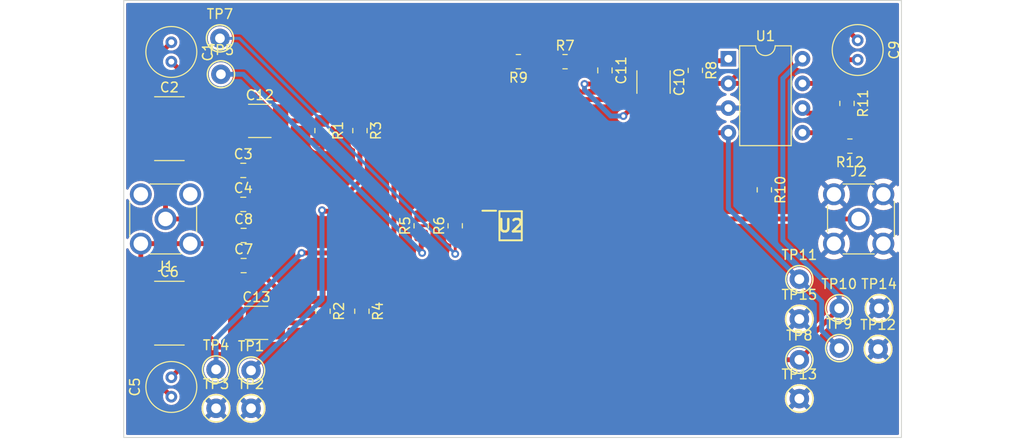
<source format=kicad_pcb>
(kicad_pcb (version 20211014) (generator pcbnew)
  (layers (0 "F.Cu" signal) (31 "B.Cu" signal) (34 "B.Paste" user) (35 "F.Paste" user) (36 "B.SilkS" user "B.Silkscreen") (37 "F.SilkS" user "F.Silkscreen") (38 "B.Mask" user) (39 "F.Mask" user) (44 "Edge.Cuts" user))
  (net 0 "")
  (net 1 "/input")
  (net 2 "Net-(C1-Pad2)")
  (net 3 "Net-(C13-Pad2)")
  (net 4 "Net-(C13-Pad1)")
  (net 5 "Net-(C10-Pad1)")
  (net 6 "Net-(C10-Pad2)")
  (net 7 "Net-(J2-Pad1)")
  (net 8 "GND")
  (net 9 "Net-(R3-Pad2)")
  (net 10 "Net-(R4-Pad1)")
  (net 11 "Net-(R5-Pad1)")
  (net 12 "Net-(R5-Pad2)")
  (net 13 "Net-(R7-Pad1)")
  (net 14 "+9V")
  (net 15 "-9V")
  (net 16 "Net-(R6-Pad1)")
  (net 17 "Net-(R11-Pad2)")
  (net 18 "Net-(R11-Pad1)")
  (net 19 "Net-(R12-Pad2)")
  (footprint "Capacitor_SMD:C_2225_5664Metric_Pad1.80x6.60mm_HandSolder" (layer "F.Cu") (at 104.7 82.2)
    (fp_text reference "C6" (at 0 -4.25) (layer "F.SilkS"))
    (fp_text value "C")
    (fp_line (start -1.522369 3.285) (end 1.522369 3.285) (layer "F.SilkS") (width 0.12))
    (fp_line (start -1.522369 -3.285) (end 1.522369 -3.285) (layer "F.SilkS") (width 0.12))
    (pad "1" smd roundrect (at -2.625 0) (size 1.8 6.6) (layers "F.Cu" "F.Paste" "F.Mask") (roundrect_rratio 0.138889) (net 4 "Net-(C13-Pad1)"))
    (pad "2" smd roundrect (at 2.625 0) (size 1.8 6.6) (layers "F.Cu" "F.Paste" "F.Mask") (roundrect_rratio 0.138889) (net 3 "Net-(C13-Pad2)"))
  )
  (footprint "Resistor_SMD:R_0805_2012Metric_Pad1.20x1.40mm_HandSolder" (layer "F.Cu") (at 134.1 73.2 90)
    (fp_text reference "R6" (at 0 -1.65 90) (layer "F.SilkS"))
    (fp_text value "R")
    (fp_line (start -0.227064 -0.735) (end 0.227064 -0.735) (layer "F.SilkS") (width 0.12))
    (fp_line (start -0.227064 0.735) (end 0.227064 0.735) (layer "F.SilkS") (width 0.12))
    (pad "1" smd roundrect (at -1 0 90) (size 1.2 1.4) (layers "F.Cu" "F.Paste" "F.Mask") (roundrect_rratio 0.208333) (net 16 "Net-(R6-Pad1)"))
    (pad "2" smd roundrect (at 1 0 90) (size 1.2 1.4) (layers "F.Cu" "F.Paste" "F.Mask") (roundrect_rratio 0.208333) (net 12 "Net-(R5-Pad2)"))
  )
  (footprint "TestPoint:TestPoint_Keystone_5000-5004_Miniature" (layer "F.Cu") (at 113.1 92)
    (fp_text reference "TP2" (at 0 -2.5) (layer "F.SilkS"))
    (fp_text value "cutoff_signal-")
    (fp_circle (center 0 0) (end 1.4 0) (layer "F.SilkS") (width 0.15) (fill none))
    (pad "1" thru_hole circle (at 0 0) (size 2 2) (drill 1) (layers *.Cu *.Mask) (net 8 "GND"))
  )
  (footprint "Capacitor_SMD:C_2225_5664Metric_Pad1.80x6.60mm_HandSolder" (layer "F.Cu") (at 104.7 63.2)
    (fp_text reference "C2" (at 0 -4.25) (layer "F.SilkS"))
    (fp_text value "C")
    (fp_line (start -1.522369 -3.285) (end 1.522369 -3.285) (layer "F.SilkS") (width 0.12))
    (fp_line (start -1.522369 3.285) (end 1.522369 3.285) (layer "F.SilkS") (width 0.12))
    (pad "1" smd roundrect (at -2.625 0) (size 1.8 6.6) (layers "F.Cu" "F.Paste" "F.Mask") (roundrect_rratio 0.138889) (net 1 "/input"))
    (pad "2" smd roundrect (at 2.625 0) (size 1.8 6.6) (layers "F.Cu" "F.Paste" "F.Mask") (roundrect_rratio 0.138889) (net 2 "Net-(C1-Pad2)"))
  )
  (footprint "TestPoint:TestPoint_Keystone_5000-5004_Miniature" (layer "F.Cu") (at 113.1 88.1)
    (fp_text reference "TP1" (at 0 -2.5) (layer "F.SilkS"))
    (fp_text value "cutoff_signal+")
    (fp_circle (center 0 0) (end 1.4 0) (layer "F.SilkS") (width 0.15) (fill none))
    (pad "1" thru_hole circle (at 0 0) (size 2 2) (drill 1) (layers *.Cu *.Mask) (net 9 "Net-(R3-Pad2)"))
  )
  (footprint "Package_DIP:DIP-8_W7.62mm" (layer "F.Cu") (at 162.2 56)
    (fp_text reference "U1" (at 3.81 -2.33) (layer "F.SilkS"))
    (fp_text value "NJM2114")
    (fp_line (start 1.16 8.95) (end 6.46 8.95) (layer "F.SilkS") (width 0.12))
    (fp_line (start 2.81 -1.33) (end 1.16 -1.33) (layer "F.SilkS") (width 0.12))
    (fp_line (start 1.16 -1.33) (end 1.16 8.95) (layer "F.SilkS") (width 0.12))
    (fp_line (start 6.46 -1.33) (end 4.81 -1.33) (layer "F.SilkS") (width 0.12))
    (fp_line (start 6.46 8.95) (end 6.46 -1.33) (layer "F.SilkS") (width 0.12))
    (fp_arc (start 4.81 -1.33) (mid 3.81 -0.33) (end 2.81 -1.33) (layer "F.SilkS") (width 0.12))
    (pad "1" thru_hole rect (at 0 0) (size 1.6 1.6) (drill 0.8) (layers *.Cu *.Mask) (net 13 "Net-(R7-Pad1)"))
    (pad "2" thru_hole oval (at 0 2.54) (size 1.6 1.6) (drill 0.8) (layers *.Cu *.Mask) (net 6 "Net-(C10-Pad2)"))
    (pad "3" thru_hole oval (at 0 5.08) (size 1.6 1.6) (drill 0.8) (layers *.Cu *.Mask) (net 8 "GND"))
    (pad "4" thru_hole oval (at 0 7.62) (size 1.6 1.6) (drill 0.8) (layers *.Cu *.Mask) (net 15 "-9V"))
    (pad "5" thru_hole oval (at 7.62 7.62) (size 1.6 1.6) (drill 0.8) (layers *.Cu *.Mask) (net 19 "Net-(R12-Pad2)"))
    (pad "6" thru_hole oval (at 7.62 5.08) (size 1.6 1.6) (drill 0.8) (layers *.Cu *.Mask) (net 17 "Net-(R11-Pad2)"))
    (pad "7" thru_hole oval (at 7.62 2.54) (size 1.6 1.6) (drill 0.8) (layers *.Cu *.Mask) (net 18 "Net-(R11-Pad1)"))
    (pad "8" thru_hole oval (at 7.62 0) (size 1.6 1.6) (drill 0.8) (layers *.Cu *.Mask) (net 14 "+9V"))
  )
  (footprint "TestPoint:TestPoint_Keystone_5000-5004_Miniature" (layer "F.Cu") (at 110 57.6)
    (fp_text reference "TP5" (at 0 -2.5) (layer "F.SilkS"))
    (fp_text value "gain-")
    (fp_circle (center 0 0) (end 1.4 0) (layer "F.SilkS") (width 0.15) (fill none))
    (pad "1" thru_hole circle (at 0 0) (size 2 2) (drill 1) (layers *.Cu *.Mask) (net 11 "Net-(R5-Pad1)"))
  )
  (footprint "Capacitor_SMD:C_0805_2012Metric_Pad1.18x1.45mm_HandSolder" (layer "F.Cu") (at 112.3 67.5)
    (fp_text reference "C3" (at 0 -1.68) (layer "F.SilkS"))
    (fp_text value "C")
    (fp_line (start -0.261252 -0.735) (end 0.261252 -0.735) (layer "F.SilkS") (width 0.12))
    (fp_line (start -0.261252 0.735) (end 0.261252 0.735) (layer "F.SilkS") (width 0.12))
    (pad "1" smd roundrect (at -1.0375 0) (size 1.175 1.45) (layers "F.Cu" "F.Paste" "F.Mask") (roundrect_rratio 0.212766) (net 1 "/input"))
    (pad "2" smd roundrect (at 1.0375 0) (size 1.175 1.45) (layers "F.Cu" "F.Paste" "F.Mask") (roundrect_rratio 0.212766) (net 2 "Net-(C1-Pad2)"))
  )
  (footprint "Resistor_SMD:R_0805_2012Metric_Pad1.20x1.40mm_HandSolder" (layer "F.Cu") (at 120.4 63.4 -90)
    (fp_text reference "R1" (at 0 -1.65 90) (layer "F.SilkS"))
    (fp_text value "R")
    (fp_line (start -0.227064 -0.735) (end 0.227064 -0.735) (layer "F.SilkS") (width 0.12))
    (fp_line (start -0.227064 0.735) (end 0.227064 0.735) (layer "F.SilkS") (width 0.12))
    (pad "1" smd roundrect (at -1 0 270) (size 1.2 1.4) (layers "F.Cu" "F.Paste" "F.Mask") (roundrect_rratio 0.208333) (net 2 "Net-(C1-Pad2)"))
    (pad "2" smd roundrect (at 1 0 270) (size 1.2 1.4) (layers "F.Cu" "F.Paste" "F.Mask") (roundrect_rratio 0.208333) (net 8 "GND"))
  )
  (footprint "Capacitor_SMD:C_1812_4532Metric_Pad1.57x3.40mm_HandSolder" (layer "F.Cu") (at 114 62.4)
    (fp_text reference "C12" (at 0 -2.65) (layer "F.SilkS"))
    (fp_text value "C")
    (fp_line (start -1.161252 1.71) (end 1.161252 1.71) (layer "F.SilkS") (width 0.12))
    (fp_line (start -1.161252 -1.71) (end 1.161252 -1.71) (layer "F.SilkS") (width 0.12))
    (pad "1" smd roundrect (at -2.1375 0) (size 1.575 3.4) (layers "F.Cu" "F.Paste" "F.Mask") (roundrect_rratio 0.15873) (net 1 "/input"))
    (pad "2" smd roundrect (at 2.1375 0) (size 1.575 3.4) (layers "F.Cu" "F.Paste" "F.Mask") (roundrect_rratio 0.15873) (net 2 "Net-(C1-Pad2)"))
  )
  (footprint "Capacitor_SMD:C_1812_4532Metric_Pad1.57x3.40mm_HandSolder" (layer "F.Cu") (at 154.5 58.4 -90)
    (fp_text reference "C10" (at 0 -2.65 90) (layer "F.SilkS"))
    (fp_text value "C")
    (fp_line (start -1.161252 -1.71) (end 1.161252 -1.71) (layer "F.SilkS") (width 0.12))
    (fp_line (start -1.161252 1.71) (end 1.161252 1.71) (layer "F.SilkS") (width 0.12))
    (pad "1" smd roundrect (at -2.1375 0 270) (size 1.575 3.4) (layers "F.Cu" "F.Paste" "F.Mask") (roundrect_rratio 0.15873) (net 5 "Net-(C10-Pad1)"))
    (pad "2" smd roundrect (at 2.1375 0 270) (size 1.575 3.4) (layers "F.Cu" "F.Paste" "F.Mask") (roundrect_rratio 0.15873) (net 6 "Net-(C10-Pad2)"))
  )
  (footprint "TestPoint:TestPoint_Keystone_5000-5004_Miniature" (layer "F.Cu") (at 177.7 81.7)
    (fp_text reference "TP14" (at 0 -2.5) (layer "F.SilkS"))
    (fp_text value "TP")
    (fp_circle (center 0 0) (end 1.4 0) (layer "F.SilkS") (width 0.15) (fill none))
    (pad "1" thru_hole circle (at 0 0) (size 2 2) (drill 1) (layers *.Cu *.Mask) (net 8 "GND"))
  )
  (footprint "Resistor_SMD:R_0805_2012Metric_Pad1.20x1.40mm_HandSolder" (layer "F.Cu") (at 124.5 82 -90)
    (fp_text reference "R4" (at 0 -1.65 90) (layer "F.SilkS"))
    (fp_text value "R")
    (fp_line (start -0.227064 -0.735) (end 0.227064 -0.735) (layer "F.SilkS") (width 0.12))
    (fp_line (start -0.227064 0.735) (end 0.227064 0.735) (layer "F.SilkS") (width 0.12))
    (pad "1" smd roundrect (at -1 0 270) (size 1.2 1.4) (layers "F.Cu" "F.Paste" "F.Mask") (roundrect_rratio 0.208333) (net 10 "Net-(R4-Pad1)"))
    (pad "2" smd roundrect (at 1 0 270) (size 1.2 1.4) (layers "F.Cu" "F.Paste" "F.Mask") (roundrect_rratio 0.208333) (net 3 "Net-(C13-Pad2)"))
  )
  (footprint "Resistor_SMD:R_0805_2012Metric_Pad1.20x1.40mm_HandSolder" (layer "F.Cu") (at 158.8 57.2 -90)
    (fp_text reference "R8" (at 0 -1.65 90) (layer "F.SilkS"))
    (fp_text value "R")
    (fp_line (start -0.227064 0.735) (end 0.227064 0.735) (layer "F.SilkS") (width 0.12))
    (fp_line (start -0.227064 -0.735) (end 0.227064 -0.735) (layer "F.SilkS") (width 0.12))
    (pad "1" smd roundrect (at -1 0 270) (size 1.2 1.4) (layers "F.Cu" "F.Paste" "F.Mask") (roundrect_rratio 0.208333) (net 13 "Net-(R7-Pad1)"))
    (pad "2" smd roundrect (at 1 0 270) (size 1.2 1.4) (layers "F.Cu" "F.Paste" "F.Mask") (roundrect_rratio 0.208333) (net 6 "Net-(C10-Pad2)"))
  )
  (footprint "Resistor_SMD:R_0805_2012Metric_Pad1.20x1.40mm_HandSolder" (layer "F.Cu") (at 140.6 56.3 180)
    (fp_text reference "R9" (at 0 -1.65) (layer "F.SilkS"))
    (fp_text value "R")
    (fp_line (start -0.227064 0.735) (end 0.227064 0.735) (layer "F.SilkS") (width 0.12))
    (fp_line (start -0.227064 -0.735) (end 0.227064 -0.735) (layer "F.SilkS") (width 0.12))
    (pad "1" smd roundrect (at -1 0 180) (size 1.2 1.4) (layers "F.Cu" "F.Paste" "F.Mask") (roundrect_rratio 0.208333) (net 13 "Net-(R7-Pad1)"))
    (pad "2" smd roundrect (at 1 0 180) (size 1.2 1.4) (layers "F.Cu" "F.Paste" "F.Mask") (roundrect_rratio 0.208333) (net 2 "Net-(C1-Pad2)"))
  )
  (footprint "TestPoint:TestPoint_Keystone_5000-5004_Miniature" (layer "F.Cu") (at 109.5 92)
    (fp_text reference "TP3" (at 0 -2.5) (layer "F.SilkS"))
    (fp_text value "cutoff_reference-")
    (fp_circle (center 0 0) (end 1.4 0) (layer "F.SilkS") (width 0.15) (fill none))
    (pad "1" thru_hole circle (at 0 0) (size 2 2) (drill 1) (layers *.Cu *.Mask) (net 8 "GND"))
  )
  (footprint "Capacitor_THT:C_Radial_D5.0mm_H5.0mm_P2.00mm" (layer "F.Cu") (at 104.9 54.3 -90)
    (fp_text reference "C1" (at 1 -3.75 90) (layer "F.SilkS"))
    (fp_text value "C")
    (fp_circle (center 1 0) (end 3.62 0) (layer "F.SilkS") (width 0.12) (fill none))
    (pad "1" thru_hole circle (at 0 0 270) (size 1.2 1.2) (drill 0.6) (layers *.Cu *.Mask) (net 1 "/input"))
    (pad "2" thru_hole circle (at 2 0 270) (size 1.2 1.2) (drill 0.6) (layers *.Cu *.Mask) (net 2 "Net-(C1-Pad2)"))
  )
  (footprint "TestPoint:TestPoint_Keystone_5000-5004_Miniature" (layer "F.Cu") (at 173.6 85.8)
    (fp_text reference "TP9" (at 0 -2.5) (layer "F.SilkS"))
    (fp_text value "TP")
    (fp_circle (center 0 0) (end 1.4 0) (layer "F.SilkS") (width 0.15) (fill none))
    (pad "1" thru_hole circle (at 0 0) (size 2 2) (drill 1) (layers *.Cu *.Mask) (net 15 "-9V"))
  )
  (footprint "Capacitor_THT:C_Radial_D5.0mm_H5.0mm_P2.00mm" (layer "F.Cu") (at 175.5 54.1 -90)
    (fp_text reference "C9" (at 1 -3.75 90) (layer "F.SilkS"))
    (fp_text value "C")
    (fp_circle (center 1 0) (end 3.62 0) (layer "F.SilkS") (width 0.12) (fill none))
    (pad "1" thru_hole circle (at 0 0 270) (size 1.2 1.2) (drill 0.6) (layers *.Cu *.Mask) (net 5 "Net-(C10-Pad1)"))
    (pad "2" thru_hole circle (at 2 0 270) (size 1.2 1.2) (drill 0.6) (layers *.Cu *.Mask) (net 6 "Net-(C10-Pad2)"))
  )
  (footprint "Capacitor_THT:C_Radial_D5.0mm_H5.0mm_P2.00mm" (layer "F.Cu") (at 104.9 90.8 90)
    (fp_text reference "C5" (at 1 -3.75 90) (layer "F.SilkS"))
    (fp_text value "C")
    (fp_circle (center 1 0) (end 3.62 0) (layer "F.SilkS") (width 0.12) (fill none))
    (pad "1" thru_hole circle (at 0 0 90) (size 1.2 1.2) (drill 0.6) (layers *.Cu *.Mask) (net 4 "Net-(C13-Pad1)"))
    (pad "2" thru_hole circle (at 2 0 90) (size 1.2 1.2) (drill 0.6) (layers *.Cu *.Mask) (net 3 "Net-(C13-Pad2)"))
  )
  (footprint "Connector_Coaxial:SMA_Molex_73251-2200_Horizontal" (layer "F.Cu") (at 104.3 72.5 90)
    (fp_text reference "J1" (at -4.9 0) (layer "F.SilkS"))
    (fp_text value "Conn_Coaxial")
    (fp_line (start -1.3 3.2) (end 1.3 3.2) (layer "F.SilkS") (width 0.12))
    (fp_line (start 3.6 -1.6) (end 3.6 1.6) (layer "F.SilkS") (width 0.12))
    (fp_line (start -3.6 -1.6) (end -3.6 1.6) (layer "F.SilkS") (width 0.12))
    (fp_line (start -1.8 -3.68) (end 1.8 -3.68) (layer "F.SilkS") (width 0.12))
    (pad "1" thru_hole circle (at 0 0 90) (size 2.25 2.25) (drill 1.5) (layers *.Cu *.Mask) (net 1 "/input"))
    (pad "2" thru_hole circle (at 2.54 -2.54 90) (size 2.25 2.25) (drill 1.5) (layers *.Cu *.Mask) (net 4 "Net-(C13-Pad1)"))
    (pad "2" thru_hole circle (at -2.54 -2.54 90) (size 2.25 2.25) (drill 1.5) (layers *.Cu *.Mask) (net 4 "Net-(C13-Pad1)"))
    (pad "2" thru_hole circle (at -2.54 2.54 90) (size 2.25 2.25) (drill 1.5) (layers *.Cu *.Mask) (net 4 "Net-(C13-Pad1)"))
    (pad "2" thru_hole circle (at 2.54 2.54 180) (size 2.25 2.25) (drill 1.5) (layers *.Cu *.Mask) (net 4 "Net-(C13-Pad1)"))
  )
  (footprint "Resistor_SMD:R_0805_2012Metric_Pad1.20x1.40mm_HandSolder" (layer "F.Cu") (at 174.4 60.6 -90)
    (fp_text reference "R11" (at 0 -1.65 90) (layer "F.SilkS"))
    (fp_text value "R")
    (fp_line (start -0.227064 -0.735) (end 0.227064 -0.735) (layer "F.SilkS") (width 0.12))
    (fp_line (start -0.227064 0.735) (end 0.227064 0.735) (layer "F.SilkS") (width 0.12))
    (pad "1" smd roundrect (at -1 0 270) (size 1.2 1.4) (layers "F.Cu" "F.Paste" "F.Mask") (roundrect_rratio 0.208333) (net 18 "Net-(R11-Pad1)"))
    (pad "2" smd roundrect (at 1 0 270) (size 1.2 1.4) (layers "F.Cu" "F.Paste" "F.Mask") (roundrect_rratio 0.208333) (net 17 "Net-(R11-Pad2)"))
  )
  (footprint "Capacitor_SMD:C_1812_4532Metric_Pad1.57x3.40mm_HandSolder" (layer "F.Cu") (at 113.6625 83.2)
    (fp_text reference "C13" (at 0 -2.65) (layer "F.SilkS"))
    (fp_text value "C")
    (fp_line (start -1.161252 -1.71) (end 1.161252 -1.71) (layer "F.SilkS") (width 0.12))
    (fp_line (start -1.161252 1.71) (end 1.161252 1.71) (layer "F.SilkS") (width 0.12))
    (pad "1" smd roundrect (at -2.1375 0) (size 1.575 3.4) (layers "F.Cu" "F.Paste" "F.Mask") (roundrect_rratio 0.15873) (net 4 "Net-(C13-Pad1)"))
    (pad "2" smd roundrect (at 2.1375 0) (size 1.575 3.4) (layers "F.Cu" "F.Paste" "F.Mask") (roundrect_rratio 0.15873) (net 3 "Net-(C13-Pad2)"))
  )
  (footprint "TestPoint:TestPoint_Keystone_5000-5004_Miniature" (layer "F.Cu") (at 169.5 87)
    (fp_text reference "TP8" (at 0 -2.5) (layer "F.SilkS"))
    (fp_text value "TP")
    (fp_circle (center 0 0) (end 1.4 0) (layer "F.SilkS") (width 0.15) (fill none))
    (pad "1" thru_hole circle (at 0 0) (size 2 2) (drill 1) (layers *.Cu *.Mask) (net 14 "+9V"))
  )
  (footprint "Connector_Coaxial:SMA_Molex_73251-2200_Horizontal" (layer "F.Cu") (at 175.6 72.5 -90)
    (fp_text reference "J2" (at -4.9 0) (layer "F.SilkS"))
    (fp_text value "Conn_Coaxial")
    (fp_line (start 3.6 -1.6) (end 3.6 1.6) (layer "F.SilkS") (width 0.12))
    (fp_line (start -1.8 -3.68) (end 1.8 -3.68) (layer "F.SilkS") (width 0.12))
    (fp_line (start -3.6 -1.6) (end -3.6 1.6) (layer "F.SilkS") (width 0.12))
    (fp_line (start -1.3 3.2) (end 1.3 3.2) (layer "F.SilkS") (width 0.12))
    (pad "1" thru_hole circle (at 0 0 270) (size 2.25 2.25) (drill 1.5) (layers *.Cu *.Mask) (net 7 "Net-(J2-Pad1)"))
    (pad "2" thru_hole circle (at 2.54 2.54) (size 2.25 2.25) (drill 1.5) (layers *.Cu *.Mask) (net 8 "GND"))
    (pad "2" thru_hole circle (at -2.54 -2.54 270) (size 2.25 2.25) (drill 1.5) (layers *.Cu *.Mask) (net 8 "GND"))
    (pad "2" thru_hole circle (at -2.54 2.54 270) (size 2.25 2.25) (drill 1.5) (layers *.Cu *.Mask) (net 8 "GND"))
    (pad "2" thru_hole circle (at 2.54 -2.54 270) (size 2.25 2.25) (drill 1.5) (layers *.Cu *.Mask) (net 8 "GND"))
  )
  (footprint "INA849:SOP65P490X110-8N" (layer "F.Cu") (at 139.8 73.2)
    (fp_text reference "U2" (at 0 0) (layer "F.SilkS") (effects (font (size 1.27 1.27) (thickness 0.254))))
    (fp_text value "INA849DGKR" hide)
    (fp_line (start 1.15 1.5) (end -1.15 1.5) (layer "F.SilkS") (width 0.2))
    (fp_line (start 1.15 -1.5) (end 1.15 1.5) (layer "F.SilkS") (width 0.2))
    (fp_line (start -2.9 -1.55) (end -1.5 -1.55) (layer "F.SilkS") (width 0.2))
    (fp_line (start -1.15 1.5) (end -1.15 -1.5) (layer "F.SilkS") (width 0.2))
    (fp_line (start -1.15 -1.5) (end 1.15 -1.5) (layer "F.SilkS") (width 0.2))
    (pad "1" smd rect locked (at -2.2 -0.975 90) (size 0.45 1.4) (layers "F.Cu" "F.Paste" "F.Mask") (net 3 "Net-(C13-Pad2)"))
    (pad "2" smd rect locked (at -2.2 -0.325 90) (size 0.45 1.4) (layers "F.Cu" "F.Paste" "F.Mask") (net 12 "Net-(R5-Pad2)"))
    (pad "3" smd rect locked (at -2.2 0.325 90) (size 0.45 1.4) (layers "F.Cu" "F.Paste" "F.Mask") (net 16 "Net-(R6-Pad1)"))
    (pad "4" smd rect locked (at -2.2 0.975 90) (size 0.45 1.4) (layers "F.Cu" "F.Paste" "F.Mask") (net 2 "Net-(C1-Pad2)"))
    (pad "5" smd rect locked (at 2.2 0.975 90) (size 0.45 1.4) (layers "F.Cu" "F.Paste" "F.Mask") (net 14 "+9V"))
    (pad "6" smd rect locked (at 2.2 0.325 90) (size 0.45 1.4) (layers "F.Cu" "F.Paste" "F.Mask") (net 8 "GND"))
    (pad "7" smd rect locked (at 2.2 -0.325 90) (size 0.45 1.4) (layers "F.Cu" "F.Paste" "F.Mask") (net 7 "Net-(J2-Pad1)"))
    (pad "8" smd rect locked (at 2.2 -0.975 90) (size 0.45 1.4) (layers "F.Cu" "F.Paste" "F.Mask") (net 15 "-9V"))
  )
  (footprint "TestPoint:TestPoint_Keystone_5000-5004_Miniature" (layer "F.Cu") (at 177.6 85.9)
    (fp_text reference "TP12" (at 0 -2.5) (layer "F.SilkS"))
    (fp_text value "TP")
    (fp_circle (center 0 0) (end 1.4 0) (layer "F.SilkS") (width 0.15) (fill none))
    (pad "1" thru_hole circle (at 0 0) (size 2 2) (drill 1) (layers *.Cu *.Mask) (net 8 "GND"))
  )
  (footprint "TestPoint:TestPoint_Keystone_5000-5004_Miniature" (layer "F.Cu") (at 173.6 81.7)
    (fp_text reference "TP10" (at 0 -2.5) (layer "F.SilkS"))
    (fp_text value "TP")
    (fp_circle (center 0 0) (end 1.4 0) (layer "F.SilkS") (width 0.15) (fill none))
    (pad "1" thru_hole circle (at 0 0) (size 2 2) (drill 1) (layers *.Cu *.Mask) (net 14 "+9V"))
  )
  (footprint "Capacitor_SMD:C_0805_2012Metric_Pad1.18x1.45mm_HandSolder" (layer "F.Cu") (at 149.5 57.2 -90)
    (fp_text reference "C11" (at 0 -1.68 90) (layer "F.SilkS"))
    (fp_text value "C")
    (fp_line (start -0.261252 -0.735) (end 0.261252 -0.735) (layer "F.SilkS") (width 0.12))
    (fp_line (start -0.261252 0.735) (end 0.261252 0.735) (layer "F.SilkS") (width 0.12))
    (pad "1" smd roundrect (at -1.0375 0 270) (size 1.175 1.45) (layers "F.Cu" "F.Paste" "F.Mask") (roundrect_rratio 0.212766) (net 5 "Net-(C10-Pad1)"))
    (pad "2" smd roundrect (at 1.0375 0 270) (size 1.175 1.45) (layers "F.Cu" "F.Paste" "F.Mask") (roundrect_rratio 0.212766) (net 6 "Net-(C10-Pad2)"))
  )
  (footprint "Resistor_SMD:R_0805_2012Metric_Pad1.20x1.40mm_HandSolder" (layer "F.Cu") (at 130.6 73.2 90)
    (fp_text reference "R5" (at 0 -1.65 90) (layer "F.SilkS"))
    (fp_text value "R")
    (fp_line (start -0.227064 0.735) (end 0.227064 0.735) (layer "F.SilkS") (width 0.12))
    (fp_line (start -0.227064 -0.735) (end 0.227064 -0.735) (layer "F.SilkS") (width 0.12))
    (pad "1" smd roundrect (at -1 0 90) (size 1.2 1.4) (layers "F.Cu" "F.Paste" "F.Mask") (roundrect_rratio 0.208333) (net 11 "Net-(R5-Pad1)"))
    (pad "2" smd roundrect (at 1 0 90) (size 1.2 1.4) (layers "F.Cu" "F.Paste" "F.Mask") (roundrect_rratio 0.208333) (net 12 "Net-(R5-Pad2)"))
  )
  (footprint "TestPoint:TestPoint_Keystone_5000-5004_Miniature" (layer "F.Cu") (at 169.5 78.7)
    (fp_text reference "TP11" (at 0 -2.5) (layer "F.SilkS"))
    (fp_text value "TP")
    (fp_circle (center 0 0) (end 1.4 0) (layer "F.SilkS") (width 0.15) (fill none))
    (pad "1" thru_hole circle (at 0 0) (size 2 2) (drill 1) (layers *.Cu *.Mask) (net 15 "-9V"))
  )
  (footprint "TestPoint:TestPoint_Keystone_5000-5004_Miniature" (layer "F.Cu") (at 169.5 82.8)
    (fp_text reference "TP15" (at 0 -2.5) (layer "F.SilkS"))
    (fp_text value "TP")
    (fp_circle (center 0 0) (end 1.4 0) (layer "F.SilkS") (width 0.15) (fill none))
    (pad "1" thru_hole circle (at 0 0) (size 2 2) (drill 1) (layers *.Cu *.Mask) (net 8 "GND"))
  )
  (footprint "TestPoint:TestPoint_Keystone_5000-5004_Miniature" (layer "F.Cu") (at 109.5 88)
    (fp_text reference "TP4" (at 0 -2.5) (layer "F.SilkS"))
    (fp_text value "cutoff_reference+")
    (fp_circle (center 0 0) (end 1.4 0) (layer "F.SilkS") (width 0.15) (fill none))
    (pad "1" thru_hole circle (at 0 0) (size 2 2) (drill 1) (layers *.Cu *.Mask) (net 10 "Net-(R4-Pad1)"))
  )
  (footprint "Resistor_SMD:R_0805_2012Metric_Pad1.20x1.40mm_HandSolder" (layer "F.Cu") (at 145.4 56.3)
    (fp_text reference "R7" (at 0 -1.65) (layer "F.SilkS"))
    (fp_text value "R")
    (fp_line (start -0.227064 0.735) (end 0.227064 0.735) (layer "F.SilkS") (width 0.12))
    (fp_line (start -0.227064 -0.735) (end 0.227064 -0.735) (layer "F.SilkS") (width 0.12))
    (pad "1" smd roundrect (at -1 0) (size 1.2 1.4) (layers "F.Cu" "F.Paste" "F.Mask") (roundrect_rratio 0.208333) (net 13 "Net-(R7-Pad1)"))
    (pad "2" smd roundrect (at 1 0) (size 1.2 1.4) (layers "F.Cu" "F.Paste" "F.Mask") (roundrect_rratio 0.208333) (net 5 "Net-(C10-Pad1)"))
  )
  (footprint "Resistor_SMD:R_0805_2012Metric_Pad1.20x1.40mm_HandSolder" (layer "F.Cu") (at 124.3 63.4 -90)
    (fp_text reference "R3" (at 0 -1.65 90) (layer "F.SilkS"))
    (fp_text value "R")
    (fp_line (start -0.227064 0.735) (end 0.227064 0.735) (layer "F.SilkS") (width 0.12))
    (fp_line (start -0.227064 -0.735) (end 0.227064 -0.735) (layer "F.SilkS") (width 0.12))
    (pad "1" smd roundrect (at -1 0 270) (size 1.2 1.4) (layers "F.Cu" "F.Paste" "F.Mask") (roundrect_rratio 0.208333) (net 2 "Net-(C1-Pad2)"))
    (pad "2" smd roundrect (at 1 0 270) (size 1.2 1.4) (layers "F.Cu" "F.Paste" "F.Mask") (roundrect_rratio 0.208333) (net 9 "Net-(R3-Pad2)"))
  )
  (footprint "Resistor_SMD:R_0805_2012Metric_Pad1.20x1.40mm_HandSolder" (layer "F.Cu") (at 120.5 82 -90)
    (fp_text reference "R2" (at 0 -1.65 90) (layer "F.SilkS"))
    (fp_text value "R")
    (fp_line (start -0.227064 0.735) (end 0.227064 0.735) (layer "F.SilkS") (width 0.12))
    (fp_line (start -0.227064 -0.735) (end 0.227064 -0.735) (layer "F.SilkS") (width 0.12))
    (pad "1" smd roundrect (at -1 0 270) (size 1.2 1.4) (layers "F.Cu" "F.Paste" "F.Mask") (roundrect_rratio 0.208333) (net 8 "GND"))
    (pad "2" smd roundrect (at 1 0 270) (size 1.2 1.4) (layers "F.Cu" "F.Paste" "F.Mask") (roundrect_rratio 0.208333) (net 3 "Net-(C13-Pad2)"))
  )
  (footprint "Capacitor_SMD:C_0805_2012Metric_Pad1.18x1.45mm_HandSolder" (layer "F.Cu") (at 112.3 71)
    (fp_text reference "C4" (at 0 -1.68) (layer "F.SilkS"))
    (fp_text value "C")
    (fp_line (start -0.261252 0.735) (end 0.261252 0.735) (layer "F.SilkS") (width 0.12))
    (fp_line (start -0.261252 -0.735) (end 0.261252 -0.735) (layer "F.SilkS") (width 0.12))
    (pad "1" smd roundrect (at -1.0375 0) (size 1.175 1.45) (layers "F.Cu" "F.Paste" "F.Mask") (roundrect_rratio 0.212766) (net 1 "/input"))
    (pad "2" smd roundrect (at 1.0375 0) (size 1.175 1.45) (layers "F.Cu" "F.Paste" "F.Mask") (roundrect_rratio 0.212766) (net 2 "Net-(C1-Pad2)"))
  )
  (footprint "Resistor_SMD:R_0805_2012Metric_Pad1.20x1.40mm_HandSolder" (layer "F.Cu") (at 174.7 65 180)
    (fp_text reference "R12" (at 0 -1.65) (layer "F.SilkS"))
    (fp_text value "R")
    (fp_line (start -0.227064 -0.735) (end 0.227064 -0.735) (layer "F.SilkS") (width 0.12))
    (fp_line (start -0.227064 0.735) (end 0.227064 0.735) (layer "F.SilkS") (width 0.12))
    (pad "1" smd roundrect (at -1 0 180) (size 1.2 1.4) (layers "F.Cu" "F.Paste" "F.Mask") (roundrect_rratio 0.208333) (net 8 "GND"))
    (pad "2" smd roundrect (at 1 0 180) (size 1.2 1.4) (layers "F.Cu" "F.Paste" "F.Mask") (roundrect_rratio 0.208333) (net 19 "Net-(R12-Pad2)"))
  )
  (footprint "Resistor_SMD:R_0805_2012Metric_Pad1.20x1.40mm_HandSolder" (layer "F.Cu") (at 165.9 69.5 -90)
    (fp_text reference "R10" (at 0 -1.65 90) (layer "F.SilkS"))
    (fp_text value "R")
    (fp_line (start -0.227064 -0.735) (end 0.227064 -0.735) (layer "F.SilkS") (width 0.12))
    (fp_line (start -0.227064 0.735) (end 0.227064 0.735) (layer "F.SilkS") (width 0.12))
    (pad "1" smd roundrect (at -1 0 270) (size 1.2 1.4) (layers "F.Cu" "F.Paste" "F.Mask") (roundrect_rratio 0.208333) (net 6 "Net-(C10-Pad2)"))
    (pad "2" smd roundrect (at 1 0 270) (size 1.2 1.4) (layers "F.Cu" "F.Paste" "F.Mask") (roundrect_rratio 0.208333) (net 7 "Net-(J2-Pad1)"))
  )
  (footprint "Capacitor_SMD:C_0805_2012Metric_Pad1.18x1.45mm_HandSolder" (layer "F.Cu") (at 112.3375 74.2)
    (fp_text reference "C8" (at 0 -1.68) (layer "F.SilkS"))
    (fp_text value "C")
    (fp_line (start -0.261252 -0.735) (end 0.261252 -0.735) (layer "F.SilkS") (width 0.12))
    (fp_line (start -0.261252 0.735) (end 0.261252 0.735) (layer "F.SilkS") (width 0.12))
    (pad "1" smd roundrect (at -1.0375 0) (size 1.175 1.45) (layers "F.Cu" "F.Paste" "F.Mask") (roundrect_rratio 0.212766) (net 4 "Net-(C13-Pad1)"))
    (pad "2" smd roundrect (at 1.0375 0) (size 1.175 1.45) (layers "F.Cu" "F.Paste" "F.Mask") (roundrect_rratio 0.212766) (net 3 "Net-(C13-Pad2)"))
  )
  (footprint "TestPoint:TestPoint_Keystone_5000-5004_Miniature" (layer "F.Cu") (at 169.5 91)
    (fp_text reference "TP13" (at 0 -2.5) (layer "F.SilkS"))
    (fp_text value "TP")
    (fp_circle (center 0 0) (end 1.4 0) (layer "F.SilkS") (width 0.15) (fill none))
    (pad "1" thru_hole circle (at 0 0) (size 2 2) (drill 1) (layers *.Cu *.Mask) (net 8 "GND"))
  )
  (footprint "Capacitor_SMD:C_0805_2012Metric_Pad1.18x1.45mm_HandSolder" (layer "F.Cu") (at 112.3375 77.3)
    (fp_text reference "C7" (at 0 -1.68) (layer "F.SilkS"))
    (fp_text value "C")
    (fp_line (start -0.261252 -0.735) (end 0.261252 -0.735) (layer "F.SilkS") (width 0.12))
    (fp_line (start -0.261252 0.735) (end 0.261252 0.735) (layer "F.SilkS") (width 0.12))
    (pad "1" smd roundrect (at -1.0375 0) (size 1.175 1.45) (layers "F.Cu" "F.Paste" "F.Mask") (roundrect_rratio 0.212766) (net 4 "Net-(C13-Pad1)"))
    (pad "2" smd roundrect (at 1.0375 0) (size 1.175 1.45) (layers "F.Cu" "F.Paste" "F.Mask") (roundrect_rratio 0.212766) (net 3 "Net-(C13-Pad2)"))
  )
  (footprint "TestPoint:TestPoint_Keystone_5000-5004_Miniature" (layer "F.Cu") (at 109.9 53.9)
    (fp_text reference "TP7" (at 0 -2.5) (layer "F.SilkS"))
    (fp_text value "gain+")
    (fp_circle (center 0 0) (end 1.4 0) (layer "F.SilkS") (width 0.15) (fill none))
    (pad "1" thru_hole circle (at 0 0) (size 2 2) (drill 1) (layers *.Cu *.Mask) (net 16 "Net-(R6-Pad1)"))
  )
  (gr_rect (start 100 50) (end 180 95) (layer "Edge.Cuts") (width 0.1) (fill none))
  (segment (start 104.3 72.5) (end 104.3 65.425) (width 0.5) (layer "F.Cu") (net 1))
  (segment (start 111.2625 67.5) (end 111.2625 63) (width 0.5) (layer "F.Cu") (net 1))
  (segment (start 104.3 72.5) (end 109.7625 72.5) (width 0.5) (layer "F.Cu") (net 1))
  (segment (start 104.3 65.425) (end 102.075 63.2) (width 0.5) (layer "F.Cu") (net 1))
  (segment (start 102.075 63.2) (end 102.075 57.125) (width 0.5) (layer "F.Cu") (net 1))
  (segment (start 102.075 57.125) (end 104.9 54.3) (width 0.5) (layer "F.Cu") (net 1))
  (segment (start 109.7625 72.5) (end 111.2625 71) (width 0.5) (layer "F.Cu") (net 1))
  (segment (start 111.2625 71) (end 111.2625 67.5) (width 0.5) (layer "F.Cu") (net 1))
  (segment (start 111.2625 63) (end 111.8625 62.4) (width 0.5) (layer "F.Cu") (net 1))
  (segment (start 131.9 56.3) (end 125.8 62.4) (width 0.5) (layer "F.Cu") (net 2))
  (segment (start 107.325 63.2) (end 107.325 63.175) (width 0.5) (layer "F.Cu") (net 2))
  (segment (start 127.8 78.7) (end 129.8 80.7) (width 0.5) (layer "F.Cu") (net 2))
  (segment (start 137.6 74.175) (end 137.6 74.7) (width 0.3) (layer "F.Cu") (net 2))
  (segment (start 124.3 62.4) (end 120.4 62.4) (width 0.5) (layer "F.Cu") (net 2))
  (segment (start 110.8 59.7) (end 113.4375 59.7) (width 0.5) (layer "F.Cu") (net 2))
  (segment (start 129.8 80.7) (end 135.8 80.7) (width 0.5) (layer "F.Cu") (net 2))
  (segment (start 125.8 62.4) (end 127.8 64.4) (width 0.5) (layer "F.Cu") (net 2))
  (segment (start 116.1375 64.7) (end 113.3375 67.5) (width 0.5) (layer "F.Cu") (net 2))
  (segment (start 113.4375 59.7) (end 116.1375 62.4) (width 0.5) (layer "F.Cu") (net 2))
  (segment (start 137.6 74.7) (end 137.9 75) (width 0.3) (layer "F.Cu") (net 2))
  (segment (start 107.325 58.725) (end 104.9 56.3) (width 0.5) (layer "F.Cu") (net 2))
  (segment (start 137.9 78.6) (end 137.9 75) (width 0.5) (layer "F.Cu") (net 2))
  (segment (start 139.6 56.3) (end 131.9 56.3) (width 0.5) (layer "F.Cu") (net 2))
  (segment (start 127.8 64.4) (end 127.8 78.7) (width 0.5) (layer "F.Cu") (net 2))
  (segment (start 107.325 63.175) (end 110.8 59.7) (width 0.5) (layer "F.Cu") (net 2))
  (segment (start 124.3 62.4) (end 125.8 62.4) (width 0.5) (layer "F.Cu") (net 2))
  (segment (start 107.325 58.925) (end 107.325 58.725) (width 0.5) (layer "F.Cu") (net 2))
  (segment (start 116.1375 62.4) (end 116.1375 61.5375) (width 0.5) (layer "F.Cu") (net 2))
  (segment (start 135.8 80.7) (end 137.9 78.6) (width 0.5) (layer "F.Cu") (net 2))
  (segment (start 107.325 63.2) (end 107.325 58.925) (width 0.5) (layer "F.Cu") (net 2))
  (segment (start 113.3375 71) (end 113.3375 67.5) (width 0.5) (layer "F.Cu") (net 2))
  (segment (start 116.1375 62.4) (end 116.1375 64.7) (width 0.5) (layer "F.Cu") (net 2))
  (segment (start 116.1375 62.4) (end 120.4 62.4) (width 0.5) (layer "F.Cu") (net 2))
  (segment (start 115.8 84.3) (end 115.8 83.2) (width 0.5) (layer "F.Cu") (net 3))
  (segment (start 115.8 79.725) (end 113.375 77.3) (width 0.5) (layer "F.Cu") (net 3))
  (segment (start 138.749511 72.200489) (end 137.6 72.200489) (width 0.5) (layer "F.Cu") (net 3))
  (segment (start 107.325 82.2) (end 107.325 83.125) (width 0.5) (layer "F.Cu") (net 3))
  (segment (start 115.8 83.2) (end 115.8 79.725) (width 0.5) (layer "F.Cu") (net 3))
  (segment (start 104.9 88.8) (end 107.325 86.375) (width 0.5) (layer "F.Cu") (net 3))
  (segment (start 124.5 83) (end 136.2 83) (width 0.5) (layer "F.Cu") (net 3))
  (segment (start 115.8 83.2) (end 120.3 83.2) (width 0.5) (layer "F.Cu") (net 3))
  (segment (start 120.5 83) (end 124.5 83) (width 0.5) (layer "F.Cu") (net 3))
  (segment (start 136.2 83) (end 139.4 79.8) (width 0.5) (layer "F.Cu") (net 3))
  (segment (start 139.4 72.850978) (end 138.749511 72.200489) (width 0.5) (layer "F.Cu") (net 3))
  (segment (start 139.4 79.8) (end 139.4 72.850978) (width 0.5) (layer "F.Cu") (net 3))
  (segment (start 120.3 83.2) (end 120.5 83) (width 0.5) (layer "F.Cu") (net 3))
  (segment (start 107.325 86.375) (end 107.325 82.2) (width 0.5) (layer "F.Cu") (net 3))
  (segment (start 113.3 85.7) (end 115.8 83.2) (width 0.5) (layer "F.Cu") (net 3))
  (segment (start 107.325 82.2) (end 107.325 86.225) (width 0.5) (layer "F.Cu") (net 3))
  (segment (start 113.375 77.3) (end 113.375 74.2) (width 0.5) (layer "F.Cu") (net 3))
  (segment (start 107.325 83.125) (end 109.9 85.7) (width 0.5) (layer "F.Cu") (net 3))
  (segment (start 109.9 85.7) (end 113.3 85.7) (width 0.5) (layer "F.Cu") (net 3))
  (segment (start 101.76 75.04) (end 101.76 81.885) (width 0.5) (layer "F.Cu") (net 4))
  (segment (start 111.3 77.3) (end 110.46 76.46) (width 0.5) (layer "F.Cu") (net 4))
  (segment (start 110.46 76.46) (end 110.46 75.04) (width 0.5) (layer "F.Cu") (net 4))
  (segment (start 102.075 87.975) (end 104.9 90.8) (width 0.5) (layer "F.Cu") (net 4))
  (segment (start 101.76 81.885) (end 102.075 82.2) (width 0.5) (layer "F.Cu") (net 4))
  (segment (start 102.075 82.2) (end 102.075 87.975) (width 0.5) (layer "F.Cu") (net 4))
  (segment (start 106.84 75.04) (end 110.46 75.04) (width 0.5) (layer "F.Cu") (net 4))
  (segment (start 111.3 77.3) (end 111.3 82.975) (width 0.5) (layer "F.Cu") (net 4))
  (segment (start 111.3 82.975) (end 111.525 83.2) (width 0.5) (layer "F.Cu") (net 4))
  (segment (start 106.84 75.04) (end 101.76 75.04) (width 0.5) (layer "F.Cu") (net 4))
  (segment (start 110.46 75.04) (end 111.3 74.2) (width 0.5) (layer "F.Cu") (net 4))
  (segment (start 149.3625 56.3) (end 149.5 56.1625) (width 0.5) (layer "F.Cu") (net 5))
  (segment (start 146.4 56.3) (end 149.3625 56.3) (width 0.5) (layer "F.Cu") (net 5))
  (segment (start 153.6 56.1625) (end 149.5 56.1625) (width 0.5) (layer "F.Cu") (net 5))
  (segment (start 174 52.6) (end 157.5625 52.6) (width 0.5) (layer "F.Cu") (net 5))
  (segment (start 153.8 56.3625) (end 153.6 56.1625) (width 0.5) (layer "F.Cu") (net 5))
  (segment (start 175.5 54.1) (end 174 52.6) (width 0.5) (layer "F.Cu") (net 5))
  (segment (start 157.5625 52.6) (end 153.8 56.3625) (width 0.5) (layer "F.Cu") (net 5))
  (segment (start 175.5 56.1) (end 174.4 56.1) (width 0.5) (layer "F.Cu") (net 6))
  (segment (start 162.2 58.54) (end 159.14 58.54) (width 0.5) (layer "F.Cu") (net 6))
  (segment (start 165.9 61.1) (end 165.9 68.5) (width 0.5) (layer "F.Cu") (net 6))
  (segment (start 156.4625 60.5375) (end 154.5 60.5375) (width 0.5) (layer "F.Cu") (net 6))
  (segment (start 162.2 58.54) (end 163.34 58.54) (width 0.5) (layer "F.Cu") (net 6))
  (segment (start 174.4 56.1) (end 172.8 54.5) (width 0.5) (layer "F.Cu") (net 6))
  (segment (start 159.14 58.54) (end 158.8 58.2) (width 0.5) (layer "F.Cu") (net 6))
  (segment (start 163.34 58.54) (end 165.9 61.1) (width 0.5) (layer "F.Cu") (net 6))
  (segment (start 172.8 54.5) (end 166.24 54.5) (width 0.5) (layer "F.Cu") (net 6))
  (segment (start 152.7625 60.5375) (end 151.4 61.9) (width 0.5) (layer "F.Cu") (net 6))
  (segment (start 147.4 58.6) (end 149.1375 58.6) (width 0.5) (layer "F.Cu") (net 6))
  (segment (start 154.5 60.5375) (end 152.7625 60.5375) (width 0.5) (layer "F.Cu") (net 6))
  (segment (start 166.24 54.5) (end 162.2 58.54) (width 0.5) (layer "F.Cu") (net 6))
  (segment (start 158.8 58.2) (end 156.4625 60.5375) (width 0.5) (layer "F.Cu") (net 6))
  (segment (start 149.1375 58.6) (end 149.5 58.2375) (width 0.5) (layer "F.Cu") (net 6))
  (via (at 147.4 58.6) (size 0.8) (drill 0.4) (layers "F.Cu" "B.Cu") (net 6))
  (via (at 151.4 61.9) (size 0.8) (drill 0.4) (layers "F.Cu" "B.Cu") (net 6))
  (segment (start 147.4 59.2) (end 147.4 58.6) (width 0.5) (layer "B.Cu") (net 6))
  (segment (start 150.1 61.9) (end 147.4 59.2) (width 0.5) (layer "B.Cu") (net 6))
  (segment (start 151.4 61.9) (end 150.1 61.9) (width 0.5) (layer "B.Cu") (net 6))
  (segment (start 175.6 72.5) (end 165.8 72.5) (width 0.5) (layer "F.Cu") (net 7))
  (segment (start 145.025 72.875) (end 145.4 72.5) (width 0.3) (layer "F.Cu") (net 7))
  (segment (start 142 72.875) (end 145.025 72.875) (width 0.3) (layer "F.Cu") (net 7))
  (segment (start 165.9 70.5) (end 165.9 72.4) (width 0.5) (layer "F.Cu") (net 7))
  (segment (start 165.9 72.4) (end 165.8 72.5) (width 0.5) (layer "F.Cu") (net 7))
  (segment (start 165.8 72.5) (end 145.4 72.5) (width 0.5) (layer "F.Cu") (net 7))
  (segment (start 121 71.7) (end 120.5 71.7) (width 0.5) (layer "F.Cu") (net 9))
  (segment (start 124.3 68.6) (end 121.2 71.7) (width 0.5) (layer "F.Cu") (net 9))
  (segment (start 120.5 71.7) (end 120.4 71.6) (width 0.5) (layer "F.Cu") (net 9))
  (segment (start 124.3 64.4) (end 124.3 68.6) (width 0.5) (layer "F.Cu") (net 9))
  (segment (start 121.2 71.7) (end 121 71.7) (width 0.5) (layer "F.Cu") (net 9))
  (via (at 120.4 71.6) (size 0.8) (drill 0.4) (layers "F.Cu" "B.Cu") (net 9))
  (segment (start 120.4 71.6) (end 120.4 80.8) (width 0.5) (layer "B.Cu") (net 9))
  (segment (start 120.4 80.8) (end 113.1 88.1) (width 0.5) (layer "B.Cu") (net 9))
  (segment (start 124.5 77.5) (end 123.1 76.1) (width 0.5) (layer "F.Cu") (net 10))
  (segment (start 123 76) (end 118.3 76) (width 0.5) (layer "F.Cu") (net 10))
  (segment (start 123.1 76.1) (end 123 76) (width 0.5) (layer "F.Cu") (net 10))
  (segment (start 124.5 81) (end 124.5 77.5) (width 0.5) (layer "F.Cu") (net 10))
  (via (at 118.3 76) (size 0.8) (drill 0.4) (layers "F.Cu" "B.Cu") (net 10))
  (segment (start 109.5 84.8) (end 109.5 88) (width 0.5) (layer "B.Cu") (net 10))
  (segment (start 118.3 76) (end 109.5 84.8) (width 0.5) (layer "B.Cu") (net 10))
  (segment (start 130.6 74.2) (end 130.6 75.9) (width 0.5) (layer "F.Cu") (net 11))
  (segment (start 130.6 75.9) (end 130.7 76) (width 0.5) (layer "F.Cu") (net 11))
  (via (at 130.7 76) (size 0.8) (drill 0.4) (layers "F.Cu" "B.Cu") (net 11))
  (segment (start 130.7 76) (end 112.3 57.6) (width 0.5) (layer "B.Cu") (net 11))
  (segment (start 112.3 57.6) (end 110 57.6) (width 0.5) (layer "B.Cu") (net 11))
  (segment (start 134.1 72.2) (end 130.6 72.2) (width 0.3) (layer "F.Cu") (net 12))
  (segment (start 134.775 72.875) (end 134.1 72.2) (width 0.3) (layer "F.Cu") (net 12))
  (segment (start 137.6 72.875) (end 134.775 72.875) (width 0.3) (layer "F.Cu") (net 12))
  (segment (start 158.8 56.2) (end 158.3 56.2) (width 0.5) (layer "F.Cu") (net 13))
  (segment (start 150.7 60.2) (end 147 60.2) (width 0.5) (layer "F.Cu") (net 13))
  (segment (start 147 60.2) (end 144.4 57.6) (width 0.5) (layer "F.Cu") (net 13))
  (segment (start 141.6 56.3) (end 144.4 56.3) (width 0.5) (layer "F.Cu") (net 13))
  (segment (start 144.4 57.6) (end 144.4 56.3) (width 0.5) (layer "F.Cu") (net 13))
  (segment (start 162 56.2) (end 162.2 56) (width 0.5) (layer "F.Cu") (net 13))
  (segment (start 158.3 56.2) (end 156.1 58.4) (width 0.5) (layer "F.Cu") (net 13))
  (segment (start 152.5 58.4) (end 150.7 60.2) (width 0.5) (layer "F.Cu") (net 13))
  (segment (start 156.1 58.4) (end 152.5 58.4) (width 0.5) (layer "F.Cu") (net 13))
  (segment (start 158.8 56.2) (end 162 56.2) (width 0.5) (layer "F.Cu") (net 13))
  (segment (start 169.5 87) (end 171.1 85.4) (width 0.5) (layer "F.Cu") (net 14))
  (segment (start 142 74.199511) (end 142.199511 74.199511) (width 0.5) (layer "F.Cu") (net 14))
  (segment (start 173.1 81.7) (end 173.4 81.7) (width 0.5) (layer "F.Cu") (net 14))
  (segment (start 142.199511 74.199511) (end 155 87) (width 0.5) (layer "F.Cu") (net 14))
  (segment (start 155 87) (end 169.5 87) (width 0.5) (layer "F.Cu") (net 14))
  (segment (start 171.1 84.2) (end 173.6 81.7) (width 0.5) (layer "F.Cu") (net 14))
  (segment (start 171.1 85.4) (end 171.1 84.2) (width 0.5) (layer "F.Cu") (net 14))
  (segment (start 173.6 81.7) (end 173.6 80.5) (width 0.5) (layer "B.Cu") (net 14))
  (segment (start 167.8 74.7) (end 167.8 58.02) (width 0.5) (layer "B.Cu") (net 14))
  (segment (start 167.8 58.02) (end 169.82 56) (width 0.5) (layer "B.Cu") (net 14))
  (segment (start 173.6 80.5) (end 167.8 74.7) (width 0.5) (layer "B.Cu") (net 14))
  (segment (start 150.580489 63.62) (end 142 72.200489) (width 0.5) (layer "F.Cu") (net 15))
  (segment (start 162.2 63.62) (end 150.580489 63.62) (width 0.5) (layer "F.Cu") (net 15))
  (segment (start 162.2 71.2) (end 162.2 63.62) (width 0.5) (layer "B.Cu") (net 15))
  (segment (start 162.2 71.4) (end 162.2 71.2) (width 0.5) (layer "B.Cu") (net 15))
  (segment (start 171.8 84) (end 171.8 81) (width 0.5) (layer "B.Cu") (net 15))
  (segment (start 171.8 81) (end 169.5 78.7) (width 0.5) (layer "B.Cu") (net 15))
  (segment (start 173.6 85.8) (end 171.8 84) (width 0.5) (layer "B.Cu") (net 15))
  (segment (start 169.5 78.7) (end 162.2 71.4) (width 0.5) (layer "B.Cu") (net 15))
  (segment (start 137.6 73.525) (end 134.775 73.525) (width 0.3) (layer "F.Cu") (net 16))
  (segment (start 134.1 74.2) (end 134.1 76.1) (width 0.3) (layer "F.Cu") (net 16))
  (segment (start 134.775 73.525) (end 134.1 74.2) (width 0.3) (layer "F.Cu") (net 16))
  (via (at 134.1 76.1) (size 0.8) (drill 0.4) (layers "F.Cu" "B.Cu") (net 16))
  (segment (start 134.1 76.1) (end 111.9 53.9) (width 0.3) (layer "B.Cu") (net 16))
  (segment (start 111.9 53.9) (end 109.9 53.9) (width 0.3) (layer "B.Cu") (net 16))
  (segment (start 170.34 61.6) (end 169.82 61.08) (width 0.5) (layer "F.Cu") (net 17))
  (segment (start 174.4 61.6) (end 170.34 61.6) (width 0.5) (layer "F.Cu") (net 17))
  (segment (start 173.34 58.54) (end 174.4 59.6) (width 0.5) (layer "F.Cu") (net 18))
  (segment (start 169.82 58.54) (end 173.34 58.54) (width 0.5) (layer "F.Cu") (net 18))
  (segment (start 169.82 63.62) (end 172.32 63.62) (width 0.5) (layer "F.Cu") (net 19))
  (segment (start 172.32 63.62) (end 173.7 65) (width 0.5) (layer "F.Cu") (net 19))
  (zone (net 8) (net_name "GND") (layer "F.Cu") (connect_pads (clearance 0.254)) (min_thickness 0.254) (fill yes (thermal_gap 0.508) (thermal_bridge_width 0.508))
    (polygon (pts (xy 180 95) (xy 100 95) (xy 100 50) (xy 180 50)))
  )
  (zone (net 8) (net_name "GND") (layer "B.Cu") (connect_pads (clearance 0.254)) (min_thickness 0.254) (fill yes (thermal_gap 0.508) (thermal_bridge_width 0.508))
    (polygon (pts (xy 180 95) (xy 100 95) (xy 100 50) (xy 180 50)))
  )
)
</source>
